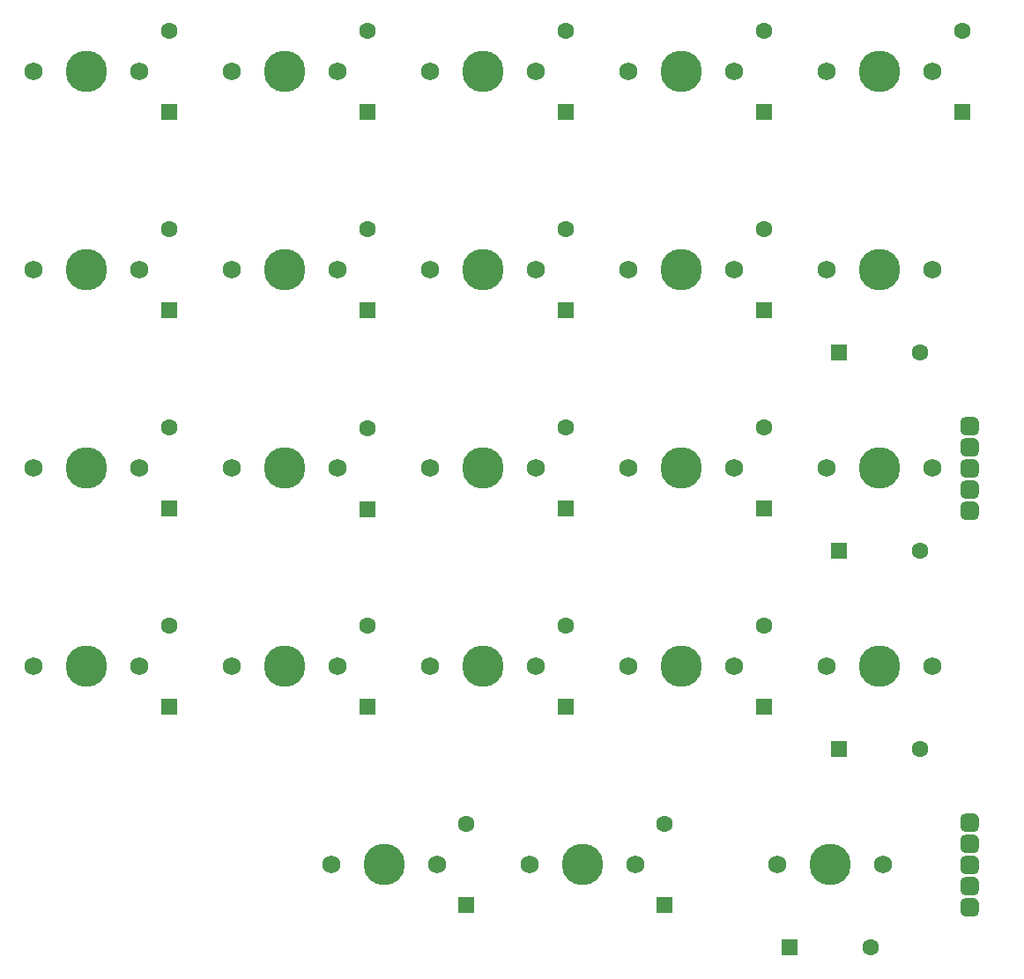
<source format=gts>
%TF.GenerationSoftware,KiCad,Pcbnew,(5.1.12)-1*%
%TF.CreationDate,2022-01-07T15:12:48-05:00*%
%TF.ProjectId,center-gasket-1,63656e74-6572-42d6-9761-736b65742d31,rev?*%
%TF.SameCoordinates,Original*%
%TF.FileFunction,Soldermask,Top*%
%TF.FilePolarity,Negative*%
%FSLAX46Y46*%
G04 Gerber Fmt 4.6, Leading zero omitted, Abs format (unit mm)*
G04 Created by KiCad (PCBNEW (5.1.12)-1) date 2022-01-07 15:12:48*
%MOMM*%
%LPD*%
G01*
G04 APERTURE LIST*
%ADD10C,1.750000*%
%ADD11C,3.987800*%
%ADD12R,1.600000X1.600000*%
%ADD13C,1.600000*%
G04 APERTURE END LIST*
D10*
%TO.C,MX7*%
X55086250Y-69056250D03*
X44926250Y-69056250D03*
D11*
X50006250Y-69056250D03*
%TD*%
D12*
%TO.C,D23*%
X98493750Y-115093750D03*
D13*
X106293750Y-115093750D03*
%TD*%
D12*
%TO.C,D22*%
X103256250Y-96043750D03*
D13*
X111056250Y-96043750D03*
%TD*%
D12*
%TO.C,D21*%
X103256250Y-76993750D03*
D13*
X111056250Y-76993750D03*
%TD*%
D12*
%TO.C,D20*%
X103256250Y-57943750D03*
D13*
X111056250Y-57943750D03*
%TD*%
D12*
%TO.C,D19*%
X115093750Y-34856250D03*
D13*
X115093750Y-27056250D03*
%TD*%
D12*
%TO.C,D18*%
X86518750Y-111056250D03*
D13*
X86518750Y-103256250D03*
%TD*%
D12*
%TO.C,D17*%
X96043750Y-92006250D03*
D13*
X96043750Y-84206250D03*
%TD*%
D12*
%TO.C,D16*%
X96043750Y-72956250D03*
D13*
X96043750Y-65156250D03*
%TD*%
D12*
%TO.C,D15*%
X96043750Y-53906250D03*
D13*
X96043750Y-46106250D03*
%TD*%
D12*
%TO.C,D14*%
X96043750Y-34856250D03*
D13*
X96043750Y-27056250D03*
%TD*%
D12*
%TO.C,D13*%
X67468750Y-111056250D03*
D13*
X67468750Y-103256250D03*
%TD*%
D12*
%TO.C,D12*%
X76993750Y-92006250D03*
D13*
X76993750Y-84206250D03*
%TD*%
D12*
%TO.C,D11*%
X76993750Y-72956250D03*
D13*
X76993750Y-65156250D03*
%TD*%
D12*
%TO.C,D10*%
X76993750Y-53906250D03*
D13*
X76993750Y-46106250D03*
%TD*%
D12*
%TO.C,D9*%
X76993750Y-34856250D03*
D13*
X76993750Y-27056250D03*
%TD*%
D12*
%TO.C,D8*%
X57943750Y-92006250D03*
D13*
X57943750Y-84206250D03*
%TD*%
D12*
%TO.C,D7*%
X57943750Y-73018750D03*
D13*
X57943750Y-65218750D03*
%TD*%
D12*
%TO.C,D6*%
X57943750Y-53906250D03*
D13*
X57943750Y-46106250D03*
%TD*%
D12*
%TO.C,D5*%
X57943750Y-34856250D03*
D13*
X57943750Y-27056250D03*
%TD*%
D12*
%TO.C,D4*%
X38893750Y-92006250D03*
D13*
X38893750Y-84206250D03*
%TD*%
D12*
%TO.C,D3*%
X38893750Y-72956250D03*
D13*
X38893750Y-65156250D03*
%TD*%
D12*
%TO.C,D2*%
X38893750Y-53906250D03*
D13*
X38893750Y-46106250D03*
%TD*%
D12*
%TO.C,D1*%
X38893750Y-34856250D03*
D13*
X38893750Y-27056250D03*
%TD*%
D10*
%TO.C,MX21*%
X112236250Y-69056250D03*
X102076250Y-69056250D03*
D11*
X107156250Y-69056250D03*
%TD*%
%TO.C,M2*%
G36*
G01*
X114947700Y-103562150D02*
X114947700Y-102685850D01*
G75*
G02*
X115385850Y-102247700I438150J0D01*
G01*
X116262150Y-102247700D01*
G75*
G02*
X116700300Y-102685850I0J-438150D01*
G01*
X116700300Y-103562150D01*
G75*
G02*
X116262150Y-104000300I-438150J0D01*
G01*
X115385850Y-104000300D01*
G75*
G02*
X114947700Y-103562150I0J438150D01*
G01*
G37*
G36*
G01*
X114947700Y-105594150D02*
X114947700Y-104717850D01*
G75*
G02*
X115385850Y-104279700I438150J0D01*
G01*
X116262150Y-104279700D01*
G75*
G02*
X116700300Y-104717850I0J-438150D01*
G01*
X116700300Y-105594150D01*
G75*
G02*
X116262150Y-106032300I-438150J0D01*
G01*
X115385850Y-106032300D01*
G75*
G02*
X114947700Y-105594150I0J438150D01*
G01*
G37*
G36*
G01*
X114947700Y-107626150D02*
X114947700Y-106749850D01*
G75*
G02*
X115385850Y-106311700I438150J0D01*
G01*
X116262150Y-106311700D01*
G75*
G02*
X116700300Y-106749850I0J-438150D01*
G01*
X116700300Y-107626150D01*
G75*
G02*
X116262150Y-108064300I-438150J0D01*
G01*
X115385850Y-108064300D01*
G75*
G02*
X114947700Y-107626150I0J438150D01*
G01*
G37*
G36*
G01*
X114947700Y-109658150D02*
X114947700Y-108781850D01*
G75*
G02*
X115385850Y-108343700I438150J0D01*
G01*
X116262150Y-108343700D01*
G75*
G02*
X116700300Y-108781850I0J-438150D01*
G01*
X116700300Y-109658150D01*
G75*
G02*
X116262150Y-110096300I-438150J0D01*
G01*
X115385850Y-110096300D01*
G75*
G02*
X114947700Y-109658150I0J438150D01*
G01*
G37*
G36*
G01*
X114947700Y-111690150D02*
X114947700Y-110813850D01*
G75*
G02*
X115385850Y-110375700I438150J0D01*
G01*
X116262150Y-110375700D01*
G75*
G02*
X116700300Y-110813850I0J-438150D01*
G01*
X116700300Y-111690150D01*
G75*
G02*
X116262150Y-112128300I-438150J0D01*
G01*
X115385850Y-112128300D01*
G75*
G02*
X114947700Y-111690150I0J438150D01*
G01*
G37*
%TD*%
%TO.C,M1*%
G36*
G01*
X114947700Y-73590150D02*
X114947700Y-72713850D01*
G75*
G02*
X115385850Y-72275700I438150J0D01*
G01*
X116262150Y-72275700D01*
G75*
G02*
X116700300Y-72713850I0J-438150D01*
G01*
X116700300Y-73590150D01*
G75*
G02*
X116262150Y-74028300I-438150J0D01*
G01*
X115385850Y-74028300D01*
G75*
G02*
X114947700Y-73590150I0J438150D01*
G01*
G37*
G36*
G01*
X114947700Y-71558150D02*
X114947700Y-70681850D01*
G75*
G02*
X115385850Y-70243700I438150J0D01*
G01*
X116262150Y-70243700D01*
G75*
G02*
X116700300Y-70681850I0J-438150D01*
G01*
X116700300Y-71558150D01*
G75*
G02*
X116262150Y-71996300I-438150J0D01*
G01*
X115385850Y-71996300D01*
G75*
G02*
X114947700Y-71558150I0J438150D01*
G01*
G37*
G36*
G01*
X114947700Y-69526150D02*
X114947700Y-68649850D01*
G75*
G02*
X115385850Y-68211700I438150J0D01*
G01*
X116262150Y-68211700D01*
G75*
G02*
X116700300Y-68649850I0J-438150D01*
G01*
X116700300Y-69526150D01*
G75*
G02*
X116262150Y-69964300I-438150J0D01*
G01*
X115385850Y-69964300D01*
G75*
G02*
X114947700Y-69526150I0J438150D01*
G01*
G37*
G36*
G01*
X114947700Y-67494150D02*
X114947700Y-66617850D01*
G75*
G02*
X115385850Y-66179700I438150J0D01*
G01*
X116262150Y-66179700D01*
G75*
G02*
X116700300Y-66617850I0J-438150D01*
G01*
X116700300Y-67494150D01*
G75*
G02*
X116262150Y-67932300I-438150J0D01*
G01*
X115385850Y-67932300D01*
G75*
G02*
X114947700Y-67494150I0J438150D01*
G01*
G37*
G36*
G01*
X114947700Y-65462150D02*
X114947700Y-64585850D01*
G75*
G02*
X115385850Y-64147700I438150J0D01*
G01*
X116262150Y-64147700D01*
G75*
G02*
X116700300Y-64585850I0J-438150D01*
G01*
X116700300Y-65462150D01*
G75*
G02*
X116262150Y-65900300I-438150J0D01*
G01*
X115385850Y-65900300D01*
G75*
G02*
X114947700Y-65462150I0J438150D01*
G01*
G37*
%TD*%
D10*
%TO.C,MX19*%
X112236250Y-30956250D03*
X102076250Y-30956250D03*
D11*
X107156250Y-30956250D03*
%TD*%
D10*
%TO.C,MX18*%
X83661250Y-107156250D03*
X73501250Y-107156250D03*
D11*
X78581250Y-107156250D03*
%TD*%
D10*
%TO.C,MX23*%
X107473750Y-107156250D03*
X97313750Y-107156250D03*
D11*
X102393750Y-107156250D03*
%TD*%
D10*
%TO.C,MX22*%
X112236250Y-88106250D03*
X102076250Y-88106250D03*
D11*
X107156250Y-88106250D03*
%TD*%
D10*
%TO.C,MX20*%
X112236250Y-50006250D03*
X102076250Y-50006250D03*
D11*
X107156250Y-50006250D03*
%TD*%
D10*
%TO.C,MX17*%
X93186250Y-88106250D03*
X83026250Y-88106250D03*
D11*
X88106250Y-88106250D03*
%TD*%
D10*
%TO.C,MX16*%
X93186250Y-69056250D03*
X83026250Y-69056250D03*
D11*
X88106250Y-69056250D03*
%TD*%
D10*
%TO.C,MX15*%
X93186250Y-50006250D03*
X83026250Y-50006250D03*
D11*
X88106250Y-50006250D03*
%TD*%
D10*
%TO.C,MX14*%
X93186250Y-30956250D03*
X83026250Y-30956250D03*
D11*
X88106250Y-30956250D03*
%TD*%
D10*
%TO.C,MX13*%
X64611250Y-107156250D03*
X54451250Y-107156250D03*
D11*
X59531250Y-107156250D03*
%TD*%
D10*
%TO.C,MX12*%
X74136250Y-88106250D03*
X63976250Y-88106250D03*
D11*
X69056250Y-88106250D03*
%TD*%
D10*
%TO.C,MX11*%
X74136250Y-69056250D03*
X63976250Y-69056250D03*
D11*
X69056250Y-69056250D03*
%TD*%
D10*
%TO.C,MX10*%
X74136250Y-50006250D03*
X63976250Y-50006250D03*
D11*
X69056250Y-50006250D03*
%TD*%
D10*
%TO.C,MX9*%
X74136250Y-30956250D03*
X63976250Y-30956250D03*
D11*
X69056250Y-30956250D03*
%TD*%
D10*
%TO.C,MX8*%
X55086250Y-88106250D03*
X44926250Y-88106250D03*
D11*
X50006250Y-88106250D03*
%TD*%
D10*
%TO.C,MX6*%
X55086250Y-50006250D03*
X44926250Y-50006250D03*
D11*
X50006250Y-50006250D03*
%TD*%
D10*
%TO.C,MX5*%
X55086250Y-30956250D03*
X44926250Y-30956250D03*
D11*
X50006250Y-30956250D03*
%TD*%
D10*
%TO.C,MX4*%
X36036250Y-88106250D03*
X25876250Y-88106250D03*
D11*
X30956250Y-88106250D03*
%TD*%
D10*
%TO.C,MX3*%
X36036250Y-69056250D03*
X25876250Y-69056250D03*
D11*
X30956250Y-69056250D03*
%TD*%
D10*
%TO.C,MX2*%
X36036250Y-50006250D03*
X25876250Y-50006250D03*
D11*
X30956250Y-50006250D03*
%TD*%
D10*
%TO.C,MX1*%
X36036250Y-30956250D03*
X25876250Y-30956250D03*
D11*
X30956250Y-30956250D03*
%TD*%
M02*

</source>
